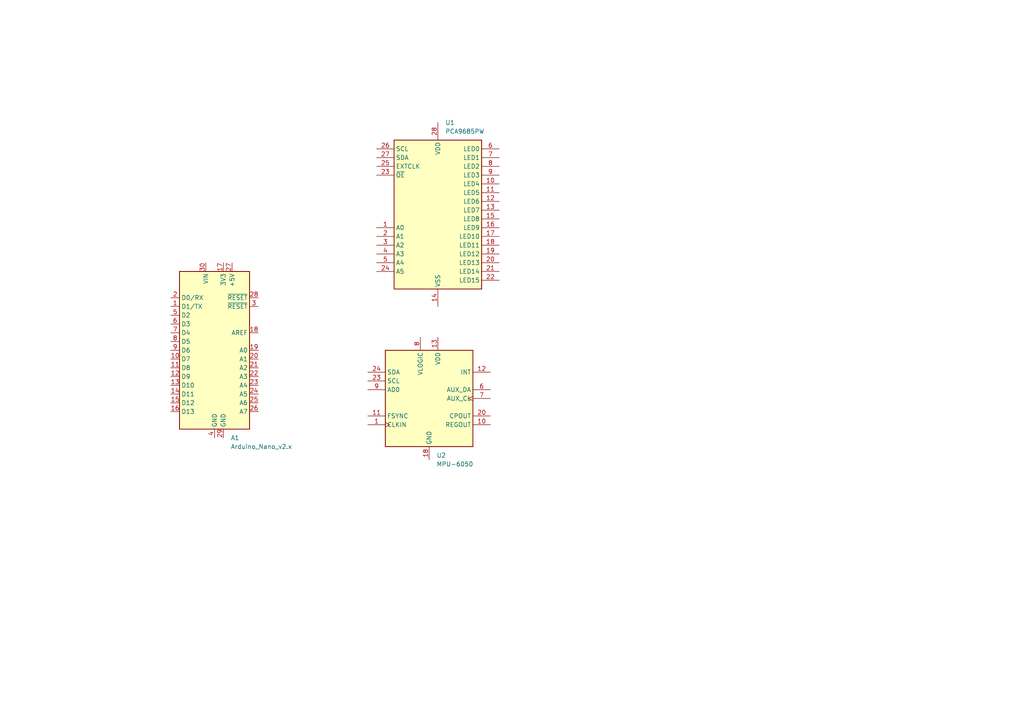
<source format=kicad_sch>
(kicad_sch (version 20250114) (generator "eeschema") (generator_version "9.0")
  (paper "A4")
  (lib_symbols
    (symbol "Driver_LED:PCA9685PW"
      (property "Reference" "U" (at -12.7 22.225 0))
      (property "Value" "PCA9685PW" (at 1.27 22.225 0))
      (symbol "PCA9685PW_0_1"
        (rectangle (start -12.7 20.32) (end 12.7 -22.86) (stroke (width 0.254)) (fill (type background)))
      )
      (symbol "PCA9685PW_1_1"
        (pin input line (at -17.78 17.78 0) (length 5.08) (name "SCL") (number "26"))
        (pin bidirectional line (at -17.78 15.24 0) (length 5.08) (name "SDA") (number "27"))
        (pin input line (at -17.78 12.7 0) (length 5.08) (name "EXTCLK") (number "25"))
        (pin input line (at -17.78 10.16 0) (length 5.08) (name "~{OE}") (number "23"))
        (pin input line (at -17.78 -5.08 0) (length 5.08) (name "A0") (number "1"))
        (pin input line (at -17.78 -7.62 0) (length 5.08) (name "A1") (number "2"))
        (pin input line (at -17.78 -10.16 0) (length 5.08) (name "A2") (number "3"))
        (pin input line (at -17.78 -12.7 0) (length 5.08) (name "A3") (number "4"))
        (pin input line (at -17.78 -15.24 0) (length 5.08) (name "A4") (number "5"))
        (pin input line (at -17.78 -17.78 0) (length 5.08) (name "A5") (number "24"))
        (pin power_in line (at 0 25.4 270) (length 5.08) (name "VDD") (number "28"))
        (pin power_in line (at 0 -27.94 90) (length 5.08) (name "VSS") (number "14"))
        (pin output line (at 17.78 17.78 180) (length 5.08) (name "LED0") (number "6"))
        (pin output line (at 17.78 15.24 180) (length 5.08) (name "LED1") (number "7"))
        (pin output line (at 17.78 12.7 180) (length 5.08) (name "LED2") (number "8"))
        (pin output line (at 17.78 10.16 180) (length 5.08) (name "LED3") (number "9"))
        (pin output line (at 17.78 7.62 180) (length 5.08) (name "LED4") (number "10"))
        (pin output line (at 17.78 5.08 180) (length 5.08) (name "LED5") (number "11"))
        (pin output line (at 17.78 2.54 180) (length 5.08) (name "LED6") (number "12"))
        (pin output line (at 17.78 0 180) (length 5.08) (name "LED7") (number "13"))
        (pin output line (at 17.78 -2.54 180) (length 5.08) (name "LED8") (number "15"))
        (pin output line (at 17.78 -5.08 180) (length 5.08) (name "LED9") (number "16"))
        (pin output line (at 17.78 -7.62 180) (length 5.08) (name "LED10") (number "17"))
        (pin output line (at 17.78 -10.16 180) (length 5.08) (name "LED11") (number "18"))
        (pin output line (at 17.78 -12.7 180) (length 5.08) (name "LED12") (number "19"))
        (pin output line (at 17.78 -15.24 180) (length 5.08) (name "LED13") (number "20"))
        (pin output line (at 17.78 -17.78 180) (length 5.08) (name "LED14") (number "21"))
        (pin output line (at 17.78 -20.32 180) (length 5.08) (name "LED15") (number "22"))
      )
    )
    (symbol "MCU_Module:Arduino_Nano_v2.x"
      (property "Reference" "A" (at -10.16 23.495 0))
      (property "Value" "Arduino_Nano_v2.x" (at 5.08 -24.13 0))
      (symbol "Arduino_Nano_v2.x_0_1"
        (rectangle (start -10.16 22.86) (end 10.16 -22.86) (stroke (width 0.254)) (fill (type background)))
      )
      (symbol "Arduino_Nano_v2.x_1_1"
        (pin bidirectional line (at -12.7 15.24 0) (length 2.54) (name "D0/RX") (number "2"))
        (pin bidirectional line (at -12.7 12.7 0) (length 2.54) (name "D1/TX") (number "1"))
        (pin bidirectional line (at -12.7 10.16 0) (length 2.54) (name "D2") (number "5"))
        (pin bidirectional line (at -12.7 7.62 0) (length 2.54) (name "D3") (number "6"))
        (pin bidirectional line (at -12.7 5.08 0) (length 2.54) (name "D4") (number "7"))
        (pin bidirectional line (at -12.7 2.54 0) (length 2.54) (name "D5") (number "8"))
        (pin bidirectional line (at -12.7 0 0) (length 2.54) (name "D6") (number "9"))
        (pin bidirectional line (at -12.7 -2.54 0) (length 2.54) (name "D7") (number "10"))
        (pin bidirectional line (at -12.7 -5.08 0) (length 2.54) (name "D8") (number "11"))
        (pin bidirectional line (at -12.7 -7.62 0) (length 2.54) (name "D9") (number "12"))
        (pin bidirectional line (at -12.7 -10.16 0) (length 2.54) (name "D10") (number "13"))
        (pin bidirectional line (at -12.7 -12.7 0) (length 2.54) (name "D11") (number "14"))
        (pin bidirectional line (at -12.7 -15.24 0) (length 2.54) (name "D12") (number "15"))
        (pin bidirectional line (at -12.7 -17.78 0) (length 2.54) (name "D13") (number "16"))
        (pin power_in line (at -2.54 25.4 270) (length 2.54) (name "VIN") (number "30"))
        (pin power_in line (at 0 -25.4 90) (length 2.54) (name "GND") (number "4"))
        (pin power_out line (at 2.54 25.4 270) (length 2.54) (name "3V3") (number "17"))
        (pin power_in line (at 2.54 -25.4 90) (length 2.54) (name "GND") (number "29"))
        (pin power_out line (at 5.08 25.4 270) (length 2.54) (name "+5V") (number "27"))
        (pin input line (at 12.7 15.24 180) (length 2.54) (name "~{RESET}") (number "28"))
        (pin input line (at 12.7 12.7 180) (length 2.54) (name "~{RESET}") (number "3"))
        (pin input line (at 12.7 5.08 180) (length 2.54) (name "AREF") (number "18"))
        (pin bidirectional line (at 12.7 0 180) (length 2.54) (name "A0") (number "19"))
        (pin bidirectional line (at 12.7 -2.54 180) (length 2.54) (name "A1") (number "20"))
        (pin bidirectional line (at 12.7 -5.08 180) (length 2.54) (name "A2") (number "21"))
        (pin bidirectional line (at 12.7 -7.62 180) (length 2.54) (name "A3") (number "22"))
        (pin bidirectional line (at 12.7 -10.16 180) (length 2.54) (name "A4") (number "23"))
        (pin bidirectional line (at 12.7 -12.7 180) (length 2.54) (name "A5") (number "24"))
        (pin bidirectional line (at 12.7 -15.24 180) (length 2.54) (name "A6") (number "25"))
        (pin bidirectional line (at 12.7 -17.78 180) (length 2.54) (name "A7") (number "26"))
      )
    )
    (symbol "Sensor_Motion:MPU-6050"
      (property "Reference" "U" (at -11.43 13.97 0))
      (property "Value" "MPU-6050" (at 7.62 -15.24 0))
      (symbol "MPU-6050_0_1"
        (rectangle (start -12.7 13.97) (end 12.7 -13.97) (stroke (width 0.254)) (fill (type background)))
      )
      (symbol "MPU-6050_1_1"
        (pin bidirectional line (at -17.78 7.62 0) (length 5.08) (name "SDA") (number "24"))
        (pin input line (at -17.78 5.08 0) (length 5.08) (name "SCL") (number "23"))
        (pin input line (at -17.78 2.54 0) (length 5.08) (name "AD0") (number "9"))
        (pin input line (at -17.78 -5.08 0) (length 5.08) (name "FSYNC") (number "11"))
        (pin input clock (at -17.78 -7.62 0) (length 5.08) (name "CLKIN") (number "1"))
        (pin no_connect line (at -12.7 12.7 0) (length 2.54) (hide yes) (name "NC") (number "2"))
        (pin no_connect line (at -12.7 10.16 0) (length 2.54) (hide yes) (name "NC") (number "3"))
        (pin no_connect line (at -12.7 0 0) (length 2.54) (hide yes) (name "NC") (number "4"))
        (pin no_connect line (at -12.7 -2.54 0) (length 2.54) (hide yes) (name "NC") (number "5"))
        (pin no_connect line (at -12.7 -10.16 0) (length 2.54) (hide yes) (name "NC") (number "14"))
        (pin power_in line (at -2.54 17.78 270) (length 3.81) (name "VLOGIC") (number "8"))
        (pin power_in line (at 0 -17.78 90) (length 3.81) (name "GND") (number "18"))
        (pin power_in line (at 2.54 17.78 270) (length 3.81) (name "VDD") (number "13"))
        (pin no_connect line (at 12.7 12.7 180) (length 2.54) (hide yes) (name "NC") (number "15"))
        (pin no_connect line (at 12.7 10.16 180) (length 2.54) (hide yes) (name "NC") (number "16"))
        (pin no_connect line (at 12.7 5.08 180) (length 2.54) (hide yes) (name "NC") (number "17"))
        (pin no_connect line (at 12.7 -2.54 180) (length 2.54) (hide yes) (name "RESV") (number "21"))
        (pin no_connect line (at 12.7 -10.16 180) (length 2.54) (hide yes) (name "RESV") (number "19"))
        (pin no_connect line (at 12.7 -12.7 180) (length 2.54) (hide yes) (name "RESV") (number "22"))
        (pin output line (at 17.78 7.62 180) (length 5.08) (name "INT") (number "12"))
        (pin bidirectional line (at 17.78 2.54 180) (length 5.08) (name "AUX_DA") (number "6"))
        (pin output clock (at 17.78 0 180) (length 5.08) (name "AUX_CL") (number "7"))
        (pin passive line (at 17.78 -5.08 180) (length 5.08) (name "CPOUT") (number "20"))
        (pin passive line (at 17.78 -7.62 180) (length 5.08) (name "REGOUT") (number "10"))
      )
    )
  )
  (symbol (lib_id "Driver_LED:PCA9685PW") (at 127 60.96 0) (unit 1)
    (property "Reference" "U1" (at 129.1433 35.56 0) (effects (justify left)))
    (property "Value" "PCA9685PW" (at 129.1433 38.1 0) (effects (justify left)))
    (property "Footprint" "Package_SO:TSSOP-28_4.4x9.7mm_P0.65mm" (effects (hide yes)))
    (property "Datasheet" "http://www.nxp.com/docs/en/data-sheet/PCA9685.pdf" (effects (hide yes)))
    (property "Description" "16-channel 12-bit PWM Fm+ I2C-bus LED controller RGBA TSSOP" (effects (hide yes)))
  )
  (symbol (lib_id "Sensor_Motion:MPU-6050") (at 124.46 115.57 0) (unit 1)
    (property "Reference" "U2" (at 126.6033 132.08 0) (effects (justify left)))
    (property "Value" "MPU-6050" (at 126.6033 134.62 0) (effects (justify left)))
    (property "Footprint" "Sensor_Motion:InvenSense_QFN-24_4x4mm_P0.5mm" (effects (hide yes)))
    (property "Datasheet" "https://invensense.tdk.com/wp-content/uploads/2015/02/MPU-6000-Datasheet1.pdf" (effects (hide yes)))
    (property "Description" "InvenSense 6-Axis Motion Sensor, Gyroscope, Accelerometer, I2C" (effects (hide yes)))
  )
  (symbol (lib_id "MCU_Module:Arduino_Nano_v2.x") (at 62.23 101.6 0) (unit 1)
    (property "Reference" "A1" (at 66.9133 127 0) (effects (justify left)))
    (property "Value" "Arduino_Nano_v2.x" (at 66.9133 129.54 0) (effects (justify left)))
    (property "Footprint" "Module:Arduino_Nano" (effects (hide yes)))
    (property "Datasheet" "https://www.arduino.cc/en/uploads/Main/ArduinoNanoManual23.pdf" (effects (hide yes)))
    (property "Description" "Arduino Nano v2.x" (effects (hide yes)))
  )
)
</source>
